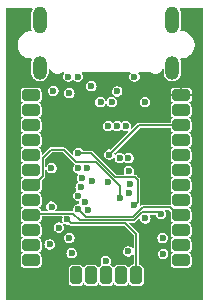
<source format=gbr>
%TF.GenerationSoftware,KiCad,Pcbnew,7.0.6*%
%TF.CreationDate,2023-08-08T22:31:42+02:00*%
%TF.ProjectId,epi_JLC,6570695f-4a4c-4432-9e6b-696361645f70,1_2_0*%
%TF.SameCoordinates,Original*%
%TF.FileFunction,Copper,L2,Inr*%
%TF.FilePolarity,Positive*%
%FSLAX46Y46*%
G04 Gerber Fmt 4.6, Leading zero omitted, Abs format (unit mm)*
G04 Created by KiCad (PCBNEW 7.0.6) date 2023-08-08 22:31:42*
%MOMM*%
%LPD*%
G01*
G04 APERTURE LIST*
G04 Aperture macros list*
%AMRoundRect*
0 Rectangle with rounded corners*
0 $1 Rounding radius*
0 $2 $3 $4 $5 $6 $7 $8 $9 X,Y pos of 4 corners*
0 Add a 4 corners polygon primitive as box body*
4,1,4,$2,$3,$4,$5,$6,$7,$8,$9,$2,$3,0*
0 Add four circle primitives for the rounded corners*
1,1,$1+$1,$2,$3*
1,1,$1+$1,$4,$5*
1,1,$1+$1,$6,$7*
1,1,$1+$1,$8,$9*
0 Add four rect primitives between the rounded corners*
20,1,$1+$1,$2,$3,$4,$5,0*
20,1,$1+$1,$4,$5,$6,$7,0*
20,1,$1+$1,$6,$7,$8,$9,0*
20,1,$1+$1,$8,$9,$2,$3,0*%
G04 Aperture macros list end*
%TA.AperFunction,CastellatedPad*%
%ADD10RoundRect,0.250000X-0.500000X-0.250000X0.500000X-0.250000X0.500000X0.250000X-0.500000X0.250000X0*%
%TD*%
%TA.AperFunction,CastellatedPad*%
%ADD11RoundRect,0.250000X-0.250000X0.500000X-0.250000X-0.500000X0.250000X-0.500000X0.250000X0.500000X0*%
%TD*%
%TA.AperFunction,ComponentPad*%
%ADD12O,1.200000X2.000000*%
%TD*%
%TA.AperFunction,ComponentPad*%
%ADD13O,1.200000X2.300000*%
%TD*%
%TA.AperFunction,ViaPad*%
%ADD14C,0.600000*%
%TD*%
%TA.AperFunction,Conductor*%
%ADD15C,0.130000*%
%TD*%
G04 APERTURE END LIST*
D10*
%TO.N,D1{slash}TX*%
%TO.C,J1*%
X97923220Y-58920000D03*
%TO.N,D0{slash}RX*%
X97923220Y-60190000D03*
%TO.N,GND*%
X97923220Y-61460000D03*
X97923220Y-62730000D03*
%TO.N,D2{slash}SDA*%
X97923220Y-64000000D03*
%TO.N,D3{slash}SCL*%
X97923220Y-65270000D03*
%TO.N,D4*%
X97923220Y-66540000D03*
%TO.N,D5*%
X97923220Y-67810000D03*
%TO.N,D6*%
X97923220Y-69080000D03*
%TO.N,D7*%
X97923220Y-70350000D03*
%TO.N,D8*%
X97923220Y-71620000D03*
%TO.N,D9*%
X97923220Y-72890000D03*
%TD*%
D11*
%TO.N,D11*%
%TO.C,J3*%
X106813220Y-74160000D03*
%TO.N,D12*%
X105543220Y-74160000D03*
%TO.N,D13*%
X104273220Y-74160000D03*
%TO.N,D17{slash}SS*%
X103003220Y-74160000D03*
%TO.N,A5*%
X101733220Y-74160000D03*
%TD*%
D12*
%TO.N,Net-(J4-SHIELD)*%
%TO.C,J4*%
X98673220Y-56591500D03*
%TO.N,N/C*%
X109873220Y-56591500D03*
D13*
X109873220Y-52591500D03*
X98673220Y-52591500D03*
%TD*%
D10*
%TO.N,+5V*%
%TO.C,J2*%
X110623220Y-58920000D03*
%TO.N,GND*%
X110623220Y-60190000D03*
%TO.N,RST*%
X110623220Y-61460000D03*
%TO.N,A4*%
X110623220Y-62730000D03*
%TO.N,A3*%
X110623220Y-64000000D03*
%TO.N,A2*%
X110623220Y-65270000D03*
%TO.N,A1*%
X110623220Y-66540000D03*
%TO.N,A0*%
X110623220Y-67810000D03*
%TO.N,D15{slash}SCK*%
X110623220Y-69080000D03*
%TO.N,D14{slash}MISO*%
X110623220Y-70350000D03*
%TO.N,D16{slash}MOSI*%
X110623220Y-71620000D03*
%TO.N,D10*%
X110623220Y-72890000D03*
%TD*%
D14*
%TO.N,+5V*%
X99650000Y-67340000D03*
X102155500Y-71000000D03*
X105100000Y-60300000D03*
X100575500Y-61500000D03*
X99654422Y-64210000D03*
%TO.N,GND*%
X104400000Y-66300000D03*
X101073220Y-57341500D03*
X109100000Y-72350000D03*
X107600000Y-69350000D03*
X106150000Y-72150000D03*
X101350000Y-72300000D03*
X101150000Y-71000000D03*
X99645531Y-65097634D03*
X99649500Y-68351092D03*
%TO.N,Net-(C2-Pad2)*%
X106674363Y-68250000D03*
X101922720Y-63810223D03*
%TO.N,RST*%
X102756849Y-68620500D03*
X104550000Y-63950000D03*
%TO.N,D1{slash}TX*%
X102238388Y-65933364D03*
%TO.N,D0{slash}RX*%
X102109022Y-66721135D03*
%TO.N,A4*%
X104450000Y-61550000D03*
%TO.N,Net-(J4-D+-PadA6)*%
X103021062Y-58150000D03*
%TO.N,D+*%
X103800000Y-59510000D03*
X101915140Y-65114500D03*
%TO.N,D-*%
X102664500Y-65114500D03*
X104750000Y-59510000D03*
%TO.N,D15{slash}SCK*%
X101913083Y-68588627D03*
%TO.N,D16{slash}MOSI*%
X99494500Y-71550000D03*
%TO.N,D14{slash}MISO*%
X100269176Y-70121494D03*
%TO.N,D3{slash}SCL*%
X102444172Y-67931922D03*
%TO.N,D2{slash}SDA*%
X101891403Y-67417422D03*
%TO.N,Net-(J4-D--PadA7)*%
X105200000Y-58600000D03*
%TO.N,D4*%
X105460703Y-67583535D03*
%TO.N,D6*%
X108923720Y-69000000D03*
%TO.N,D8*%
X106228223Y-67235500D03*
%TO.N,D9*%
X106324500Y-66424003D03*
%TO.N,D5*%
X106200000Y-65355500D03*
%TO.N,D10*%
X109049648Y-71000352D03*
%TO.N,A0*%
X106165541Y-64241045D03*
%TO.N,A1*%
X105436113Y-64251505D03*
%TO.N,A2*%
X105949503Y-61550000D03*
%TO.N,A3*%
X105200000Y-61550000D03*
%TO.N,A5*%
X103087118Y-66185688D03*
%TO.N,Net-(J4-SHIELD)*%
X99800000Y-58550000D03*
%TO.N,D11*%
X100984191Y-69433000D03*
%TO.N,D12*%
X104250000Y-72980500D03*
%TO.N,Net-(FB1-Pad1)*%
X107563220Y-59510000D03*
X101167581Y-58751539D03*
X101873220Y-57341500D03*
X106673220Y-57341500D03*
%TD*%
D15*
%TO.N,Net-(C2-Pad2)*%
X106950000Y-67974363D02*
X106950000Y-66100000D01*
X106674363Y-68250000D02*
X106950000Y-67974363D01*
X105050000Y-65850000D02*
X103010223Y-63810223D01*
X106950000Y-66100000D02*
X106700000Y-65850000D01*
X106700000Y-65850000D02*
X105050000Y-65850000D01*
X103010223Y-63810223D02*
X101922720Y-63810223D01*
%TO.N,RST*%
X104550000Y-63950000D02*
X107040000Y-61460000D01*
X107040000Y-61460000D02*
X110623220Y-61460000D01*
%TO.N,D15{slash}SCK*%
X102564456Y-69240000D02*
X106549841Y-69240000D01*
X107389841Y-68400000D02*
X109650000Y-68400000D01*
X106549841Y-69240000D02*
X107389841Y-68400000D01*
X101913083Y-68588627D02*
X102564456Y-69240000D01*
X110330000Y-69080000D02*
X110623220Y-69080000D01*
X109650000Y-68400000D02*
X110330000Y-69080000D01*
%TO.N,D4*%
X100700000Y-63550000D02*
X99586102Y-63550000D01*
X98900000Y-64236102D02*
X98900000Y-65776720D01*
X105460703Y-67583535D02*
X105460703Y-66628399D01*
X98136720Y-66540000D02*
X97923220Y-66540000D01*
X99586102Y-63550000D02*
X98900000Y-64236102D01*
X98900000Y-65776720D02*
X98136720Y-66540000D01*
X105460703Y-66628399D02*
X103382304Y-64550000D01*
X103382304Y-64550000D02*
X101700000Y-64550000D01*
X101700000Y-64550000D02*
X100700000Y-63550000D01*
%TO.N,D6*%
X98065220Y-68938000D02*
X97923220Y-69080000D01*
X102025922Y-69500000D02*
X101463922Y-68938000D01*
X107307537Y-68850000D02*
X106657537Y-69500000D01*
X108773720Y-68850000D02*
X107307537Y-68850000D01*
X101463922Y-68938000D02*
X98065220Y-68938000D01*
X106657537Y-69500000D02*
X102025922Y-69500000D01*
X108923720Y-69000000D02*
X108773720Y-68850000D01*
%TO.N,D11*%
X101311191Y-69760000D02*
X105910000Y-69760000D01*
X106813220Y-70663220D02*
X106813220Y-74160000D01*
X105910000Y-69760000D02*
X106813220Y-70663220D01*
X100984191Y-69433000D02*
X101311191Y-69760000D01*
%TD*%
%TA.AperFunction,Conductor*%
%TO.N,+5V*%
G36*
X100633624Y-63774245D02*
G01*
X101522312Y-64662933D01*
X101534717Y-64680415D01*
X101535202Y-64681422D01*
X101556020Y-64698024D01*
X101561443Y-64702349D01*
X101564120Y-64704742D01*
X101571063Y-64711684D01*
X101579377Y-64716907D01*
X101582295Y-64718978D01*
X101584101Y-64720417D01*
X101584985Y-64721122D01*
X101608686Y-64763990D01*
X101595134Y-64811061D01*
X101593458Y-64813077D01*
X101540759Y-64873895D01*
X101540756Y-64873899D01*
X101488137Y-64989118D01*
X101470110Y-65114500D01*
X101488137Y-65239881D01*
X101540756Y-65355100D01*
X101540758Y-65355104D01*
X101623705Y-65450829D01*
X101623707Y-65450831D01*
X101730268Y-65519314D01*
X101851806Y-65555000D01*
X101851813Y-65555000D01*
X101852782Y-65555140D01*
X101853270Y-65555429D01*
X101856197Y-65556289D01*
X101855977Y-65557035D01*
X101894910Y-65580132D01*
X101907027Y-65627593D01*
X101892047Y-65660399D01*
X101864006Y-65692760D01*
X101864004Y-65692763D01*
X101811385Y-65807982D01*
X101793358Y-65933363D01*
X101811385Y-66058745D01*
X101864004Y-66173964D01*
X101864006Y-66173968D01*
X101916380Y-66234410D01*
X101931849Y-66280887D01*
X101909923Y-66324689D01*
X101902614Y-66330161D01*
X101817587Y-66384805D01*
X101734640Y-66480530D01*
X101734638Y-66480534D01*
X101682019Y-66595753D01*
X101665087Y-66713519D01*
X101663992Y-66721135D01*
X101681690Y-66844227D01*
X101682020Y-66846518D01*
X101723184Y-66936655D01*
X101724933Y-66985607D01*
X101699570Y-67017081D01*
X101599968Y-67081092D01*
X101517021Y-67176817D01*
X101517019Y-67176821D01*
X101464400Y-67292040D01*
X101446373Y-67417422D01*
X101464400Y-67542803D01*
X101517019Y-67658022D01*
X101517021Y-67658026D01*
X101599968Y-67753751D01*
X101599970Y-67753753D01*
X101706531Y-67822236D01*
X101828069Y-67857922D01*
X101828070Y-67857922D01*
X101935922Y-67857922D01*
X101981177Y-67876667D01*
X101999922Y-67921922D01*
X101999270Y-67931033D01*
X101999142Y-67931921D01*
X102017169Y-68057303D01*
X102017277Y-68057538D01*
X102017282Y-68057687D01*
X102018459Y-68061695D01*
X102017436Y-68061995D01*
X102019028Y-68106490D01*
X101985651Y-68142342D01*
X101959062Y-68148127D01*
X101849749Y-68148127D01*
X101728211Y-68183813D01*
X101728209Y-68183813D01*
X101621650Y-68252295D01*
X101621648Y-68252297D01*
X101538701Y-68348022D01*
X101538699Y-68348026D01*
X101486080Y-68463245D01*
X101468383Y-68586329D01*
X101468053Y-68588627D01*
X101477569Y-68654814D01*
X101478228Y-68659392D01*
X101466114Y-68706854D01*
X101423987Y-68731849D01*
X101414879Y-68732500D01*
X100042014Y-68732500D01*
X99996759Y-68713755D01*
X99978014Y-68668500D01*
X99993646Y-68626589D01*
X100023881Y-68591695D01*
X100023883Y-68591693D01*
X100076503Y-68476471D01*
X100094530Y-68351092D01*
X100076503Y-68225713D01*
X100068149Y-68207421D01*
X100023883Y-68110491D01*
X100023881Y-68110487D01*
X99940934Y-68014762D01*
X99940932Y-68014760D01*
X99834372Y-67946278D01*
X99811107Y-67939447D01*
X99712834Y-67910592D01*
X99586166Y-67910592D01*
X99464628Y-67946278D01*
X99464626Y-67946278D01*
X99358067Y-68014760D01*
X99358065Y-68014762D01*
X99275118Y-68110487D01*
X99275116Y-68110491D01*
X99222497Y-68225710D01*
X99204470Y-68351091D01*
X99222497Y-68476473D01*
X99275116Y-68591692D01*
X99275118Y-68591695D01*
X99305354Y-68626589D01*
X99320823Y-68673066D01*
X99298897Y-68716868D01*
X99256986Y-68732500D01*
X98851028Y-68732500D01*
X98805773Y-68713755D01*
X98794006Y-68697560D01*
X98743079Y-68597609D01*
X98655611Y-68510141D01*
X98639679Y-68502023D01*
X98607868Y-68464775D01*
X98611712Y-68415942D01*
X98639681Y-68387975D01*
X98655611Y-68379859D01*
X98743079Y-68292391D01*
X98799237Y-68182175D01*
X98813720Y-68090735D01*
X98813719Y-67529266D01*
X98799237Y-67437825D01*
X98743079Y-67327609D01*
X98655611Y-67240141D01*
X98639679Y-67232023D01*
X98607868Y-67194775D01*
X98611712Y-67145942D01*
X98639681Y-67117975D01*
X98655611Y-67109859D01*
X98743079Y-67022391D01*
X98799237Y-66912175D01*
X98813720Y-66820735D01*
X98813719Y-66259266D01*
X98804375Y-66200271D01*
X98815810Y-66152644D01*
X98822326Y-66145013D01*
X99012935Y-65954404D01*
X99030422Y-65941999D01*
X99031422Y-65941518D01*
X99052354Y-65915268D01*
X99054735Y-65912604D01*
X99061684Y-65905657D01*
X99066912Y-65897333D01*
X99068973Y-65894428D01*
X99089911Y-65868176D01*
X99090158Y-65867090D01*
X99098362Y-65847284D01*
X99098957Y-65846338D01*
X99102717Y-65812958D01*
X99103314Y-65809450D01*
X99105500Y-65799875D01*
X99105500Y-65790061D01*
X99105701Y-65786475D01*
X99106332Y-65780874D01*
X99109459Y-65753120D01*
X99109091Y-65752070D01*
X99105499Y-65730929D01*
X99105499Y-65269718D01*
X99124244Y-65224463D01*
X99169499Y-65205718D01*
X99214754Y-65224463D01*
X99227715Y-65243131D01*
X99271147Y-65338234D01*
X99271149Y-65338238D01*
X99354096Y-65433963D01*
X99354098Y-65433965D01*
X99460659Y-65502448D01*
X99582197Y-65538134D01*
X99582198Y-65538134D01*
X99708864Y-65538134D01*
X99708865Y-65538134D01*
X99830403Y-65502448D01*
X99936964Y-65433965D01*
X100005300Y-65355101D01*
X100019912Y-65338238D01*
X100019914Y-65338234D01*
X100051205Y-65269718D01*
X100072534Y-65223013D01*
X100090561Y-65097634D01*
X100072534Y-64972255D01*
X100038544Y-64897828D01*
X100019914Y-64857033D01*
X100019912Y-64857029D01*
X99936965Y-64761304D01*
X99936963Y-64761302D01*
X99830403Y-64692820D01*
X99791584Y-64681422D01*
X99708865Y-64657134D01*
X99582197Y-64657134D01*
X99460659Y-64692820D01*
X99460657Y-64692820D01*
X99354098Y-64761302D01*
X99354096Y-64761304D01*
X99271149Y-64857029D01*
X99271147Y-64857033D01*
X99227715Y-64952136D01*
X99191864Y-64985514D01*
X99142912Y-64983765D01*
X99109534Y-64947914D01*
X99105499Y-64925552D01*
X99105499Y-64347730D01*
X99124243Y-64302479D01*
X99652478Y-63774244D01*
X99697733Y-63755500D01*
X100588369Y-63755500D01*
X100633624Y-63774245D01*
G37*
%TD.AperFunction*%
%TA.AperFunction,Conductor*%
G36*
X98032665Y-51569245D02*
G01*
X98051410Y-51614500D01*
X98044603Y-51643223D01*
X97972640Y-51786512D01*
X97932720Y-51954948D01*
X97932720Y-53184628D01*
X97947773Y-53313426D01*
X97947775Y-53313434D01*
X97982416Y-53408611D01*
X97980281Y-53457547D01*
X97944167Y-53490640D01*
X97922277Y-53494500D01*
X97871581Y-53494500D01*
X97743730Y-53506347D01*
X97711767Y-53509309D01*
X97505792Y-53567914D01*
X97314107Y-53663362D01*
X97314104Y-53663364D01*
X97143215Y-53792411D01*
X96998941Y-53950672D01*
X96886208Y-54132741D01*
X96808848Y-54332428D01*
X96808846Y-54332437D01*
X96769500Y-54542924D01*
X96769500Y-54757075D01*
X96808846Y-54967562D01*
X96808848Y-54967571D01*
X96886208Y-55167258D01*
X96998941Y-55349327D01*
X97115586Y-55477281D01*
X97143215Y-55507588D01*
X97256962Y-55593484D01*
X97314102Y-55636634D01*
X97314103Y-55636634D01*
X97314104Y-55636635D01*
X97314107Y-55636637D01*
X97505792Y-55732085D01*
X97505794Y-55732085D01*
X97505797Y-55732087D01*
X97711768Y-55790691D01*
X97871581Y-55805500D01*
X97871585Y-55805500D01*
X97934677Y-55805500D01*
X97979932Y-55824245D01*
X97998677Y-55869500D01*
X97991870Y-55898220D01*
X97972641Y-55936510D01*
X97972640Y-55936512D01*
X97932720Y-56104948D01*
X97932720Y-57034628D01*
X97947773Y-57163426D01*
X97947775Y-57163437D01*
X98006980Y-57326098D01*
X98006982Y-57326103D01*
X98102100Y-57470723D01*
X98102102Y-57470726D01*
X98168942Y-57533785D01*
X98228014Y-57589516D01*
X98377926Y-57676068D01*
X98543758Y-57725715D01*
X98716569Y-57735780D01*
X98887044Y-57705720D01*
X99045990Y-57637157D01*
X99184841Y-57533787D01*
X99296110Y-57401181D01*
X99373799Y-57246490D01*
X99413720Y-57078052D01*
X99413720Y-56738596D01*
X99432465Y-56693342D01*
X99477720Y-56674597D01*
X99522975Y-56693342D01*
X99538586Y-56718818D01*
X99542648Y-56731317D01*
X99631390Y-56871152D01*
X99752120Y-56984526D01*
X99897252Y-57064313D01*
X99897256Y-57064314D01*
X100057661Y-57105499D01*
X100057665Y-57105499D01*
X100057667Y-57105500D01*
X100057668Y-57105500D01*
X100181718Y-57105500D01*
X100304782Y-57089954D01*
X100304783Y-57089953D01*
X100304788Y-57089953D01*
X100458775Y-57028985D01*
X100551028Y-56961958D01*
X100595693Y-56951235D01*
X100595779Y-56950254D01*
X100598565Y-56950497D01*
X100598567Y-56950498D01*
X100663209Y-56950498D01*
X100663215Y-56950500D01*
X100670662Y-56950500D01*
X100689017Y-56950500D01*
X100734272Y-56969245D01*
X100753017Y-57014500D01*
X100737385Y-57056411D01*
X100698838Y-57100895D01*
X100698836Y-57100899D01*
X100646217Y-57216118D01*
X100628190Y-57341499D01*
X100646217Y-57466881D01*
X100698836Y-57582100D01*
X100698838Y-57582104D01*
X100780259Y-57676068D01*
X100781787Y-57677831D01*
X100888348Y-57746314D01*
X101009886Y-57782000D01*
X101009887Y-57782000D01*
X101136553Y-57782000D01*
X101136554Y-57782000D01*
X101258092Y-57746314D01*
X101364653Y-57677831D01*
X101424852Y-57608356D01*
X101468654Y-57586431D01*
X101515131Y-57601900D01*
X101521586Y-57608355D01*
X101581787Y-57677831D01*
X101688348Y-57746314D01*
X101809886Y-57782000D01*
X101809887Y-57782000D01*
X101936553Y-57782000D01*
X101936554Y-57782000D01*
X102058092Y-57746314D01*
X102164653Y-57677831D01*
X102241180Y-57589514D01*
X102247601Y-57582104D01*
X102247603Y-57582100D01*
X102298467Y-57470725D01*
X102300223Y-57466879D01*
X102318250Y-57341500D01*
X102300223Y-57216121D01*
X102247603Y-57100899D01*
X102247601Y-57100895D01*
X102209055Y-57056411D01*
X102193586Y-57009934D01*
X102215512Y-56966132D01*
X102257423Y-56950500D01*
X106289017Y-56950500D01*
X106334272Y-56969245D01*
X106353017Y-57014500D01*
X106337385Y-57056411D01*
X106298838Y-57100895D01*
X106298836Y-57100899D01*
X106246217Y-57216118D01*
X106228190Y-57341499D01*
X106246217Y-57466881D01*
X106298836Y-57582100D01*
X106298838Y-57582104D01*
X106380259Y-57676068D01*
X106381787Y-57677831D01*
X106488348Y-57746314D01*
X106609886Y-57782000D01*
X106609887Y-57782000D01*
X106736553Y-57782000D01*
X106736554Y-57782000D01*
X106858092Y-57746314D01*
X106964653Y-57677831D01*
X107041180Y-57589514D01*
X107047601Y-57582104D01*
X107047603Y-57582100D01*
X107098467Y-57470725D01*
X107100223Y-57466879D01*
X107118250Y-57341500D01*
X107100223Y-57216121D01*
X107047603Y-57100899D01*
X107047601Y-57100895D01*
X107009055Y-57056411D01*
X106993586Y-57009934D01*
X107015512Y-56966132D01*
X107057423Y-56950500D01*
X107807343Y-56950500D01*
X107807347Y-56950501D01*
X107820075Y-56950501D01*
X107827895Y-56950501D01*
X107827948Y-56950522D01*
X107854426Y-56950521D01*
X107854426Y-56950522D01*
X107946319Y-56950520D01*
X107946337Y-56950520D01*
X107948475Y-56950333D01*
X107949068Y-56950520D01*
X107949127Y-56950520D01*
X107949127Y-56950538D01*
X107995191Y-56965061D01*
X107997865Y-56967435D01*
X108016065Y-56984526D01*
X108016066Y-56984527D01*
X108161198Y-57064314D01*
X108161202Y-57064315D01*
X108321607Y-57105500D01*
X108321611Y-57105500D01*
X108321613Y-57105501D01*
X108321614Y-57105501D01*
X108445664Y-57105501D01*
X108568728Y-57089955D01*
X108568729Y-57089954D01*
X108568734Y-57089954D01*
X108722721Y-57028986D01*
X108856709Y-56931638D01*
X108962278Y-56804027D01*
X109010811Y-56700888D01*
X109047041Y-56667923D01*
X109095970Y-56670230D01*
X109128936Y-56706460D01*
X109132720Y-56728139D01*
X109132720Y-57034628D01*
X109147773Y-57163426D01*
X109147775Y-57163437D01*
X109206980Y-57326098D01*
X109206982Y-57326103D01*
X109302100Y-57470723D01*
X109302102Y-57470726D01*
X109368942Y-57533785D01*
X109428014Y-57589516D01*
X109577926Y-57676068D01*
X109743758Y-57725715D01*
X109916569Y-57735780D01*
X110087044Y-57705720D01*
X110245990Y-57637157D01*
X110384841Y-57533787D01*
X110496110Y-57401181D01*
X110573799Y-57246490D01*
X110613720Y-57078052D01*
X110613720Y-56148371D01*
X110598665Y-56019566D01*
X110552012Y-55891388D01*
X110554148Y-55842453D01*
X110590262Y-55809360D01*
X110612152Y-55805500D01*
X110678415Y-55805500D01*
X110678419Y-55805500D01*
X110838232Y-55790691D01*
X111044203Y-55732087D01*
X111235898Y-55636634D01*
X111360573Y-55542483D01*
X111406784Y-55507588D01*
X111406785Y-55507586D01*
X111406790Y-55507583D01*
X111551059Y-55349327D01*
X111663792Y-55167257D01*
X111741151Y-54967572D01*
X111780500Y-54757073D01*
X111780500Y-54542927D01*
X111741151Y-54332428D01*
X111663792Y-54132743D01*
X111551059Y-53950673D01*
X111406790Y-53792417D01*
X111406788Y-53792415D01*
X111406784Y-53792411D01*
X111235895Y-53663364D01*
X111235892Y-53663362D01*
X111044207Y-53567914D01*
X110838232Y-53509309D01*
X110838232Y-53509308D01*
X110678419Y-53494500D01*
X110628336Y-53494500D01*
X110583081Y-53475755D01*
X110564336Y-53430500D01*
X110571143Y-53401778D01*
X110573799Y-53396490D01*
X110613720Y-53228052D01*
X110613720Y-51998371D01*
X110598665Y-51869566D01*
X110539460Y-51706902D01*
X110539458Y-51706899D01*
X110539457Y-51706896D01*
X110501818Y-51649668D01*
X110492611Y-51601558D01*
X110520121Y-51561029D01*
X110555289Y-51550500D01*
X110643034Y-51550500D01*
X111603406Y-51550500D01*
X112408720Y-51550500D01*
X112453975Y-51569245D01*
X112472720Y-51614500D01*
X112472720Y-76185500D01*
X112453975Y-76230755D01*
X112408720Y-76249500D01*
X95837720Y-76249500D01*
X95792465Y-76230755D01*
X95773720Y-76185500D01*
X95773720Y-73170732D01*
X97032720Y-73170732D01*
X97047202Y-73262171D01*
X97047205Y-73262180D01*
X97103358Y-73372386D01*
X97103361Y-73372391D01*
X97190829Y-73459859D01*
X97190831Y-73459860D01*
X97190832Y-73459861D01*
X97301039Y-73516014D01*
X97301045Y-73516017D01*
X97392485Y-73530500D01*
X98453954Y-73530499D01*
X98545395Y-73516017D01*
X98655607Y-73459861D01*
X98655608Y-73459861D01*
X98655608Y-73459860D01*
X98655611Y-73459859D01*
X98743079Y-73372391D01*
X98799237Y-73262175D01*
X98813720Y-73170735D01*
X98813719Y-72609266D01*
X98799237Y-72517825D01*
X98743079Y-72407609D01*
X98655611Y-72320141D01*
X98639679Y-72312023D01*
X98629411Y-72300000D01*
X100904970Y-72300000D01*
X100922997Y-72425381D01*
X100975616Y-72540600D01*
X100975618Y-72540604D01*
X101058565Y-72636329D01*
X101058567Y-72636331D01*
X101165128Y-72704814D01*
X101286666Y-72740500D01*
X101286667Y-72740500D01*
X101413333Y-72740500D01*
X101413334Y-72740500D01*
X101534872Y-72704814D01*
X101641433Y-72636331D01*
X101693982Y-72575686D01*
X101724381Y-72540604D01*
X101724383Y-72540600D01*
X101777002Y-72425381D01*
X101777001Y-72425381D01*
X101777003Y-72425379D01*
X101795030Y-72300000D01*
X101777003Y-72174621D01*
X101747215Y-72109395D01*
X101724383Y-72059399D01*
X101724381Y-72059395D01*
X101641434Y-71963670D01*
X101641432Y-71963668D01*
X101534872Y-71895186D01*
X101504707Y-71886329D01*
X101413334Y-71859500D01*
X101286666Y-71859500D01*
X101165128Y-71895186D01*
X101165126Y-71895186D01*
X101058567Y-71963668D01*
X101058565Y-71963670D01*
X100975618Y-72059395D01*
X100975616Y-72059399D01*
X100922997Y-72174618D01*
X100904970Y-72300000D01*
X98629411Y-72300000D01*
X98607868Y-72274775D01*
X98611712Y-72225942D01*
X98639681Y-72197975D01*
X98655611Y-72189859D01*
X98743079Y-72102391D01*
X98799237Y-71992175D01*
X98813720Y-71900735D01*
X98813719Y-71549999D01*
X99049470Y-71549999D01*
X99067497Y-71675381D01*
X99120116Y-71790600D01*
X99120118Y-71790604D01*
X99194023Y-71875894D01*
X99203067Y-71886331D01*
X99309628Y-71954814D01*
X99431166Y-71990500D01*
X99431167Y-71990500D01*
X99557833Y-71990500D01*
X99557834Y-71990500D01*
X99679372Y-71954814D01*
X99785933Y-71886331D01*
X99848895Y-71813669D01*
X99868881Y-71790604D01*
X99868883Y-71790600D01*
X99921502Y-71675381D01*
X99921501Y-71675381D01*
X99921503Y-71675379D01*
X99939530Y-71550000D01*
X99921503Y-71424621D01*
X99912618Y-71405166D01*
X99868883Y-71309399D01*
X99868881Y-71309395D01*
X99785934Y-71213670D01*
X99785932Y-71213668D01*
X99679372Y-71145186D01*
X99653577Y-71137612D01*
X99557834Y-71109500D01*
X99431166Y-71109500D01*
X99309628Y-71145186D01*
X99309626Y-71145186D01*
X99203067Y-71213668D01*
X99203065Y-71213670D01*
X99120118Y-71309395D01*
X99120116Y-71309399D01*
X99067497Y-71424618D01*
X99049470Y-71549999D01*
X98813719Y-71549999D01*
X98813719Y-71339266D01*
X98799237Y-71247825D01*
X98743079Y-71137609D01*
X98655611Y-71050141D01*
X98639679Y-71042023D01*
X98607868Y-71004775D01*
X98608244Y-71000000D01*
X100704970Y-71000000D01*
X100722997Y-71125381D01*
X100775616Y-71240600D01*
X100775618Y-71240604D01*
X100835230Y-71309399D01*
X100858567Y-71336331D01*
X100965128Y-71404814D01*
X101086666Y-71440500D01*
X101086667Y-71440500D01*
X101213333Y-71440500D01*
X101213334Y-71440500D01*
X101334872Y-71404814D01*
X101441433Y-71336331D01*
X101518123Y-71247826D01*
X101524381Y-71240604D01*
X101524383Y-71240600D01*
X101536683Y-71213668D01*
X101577003Y-71125379D01*
X101595030Y-71000000D01*
X101577003Y-70874621D01*
X101524383Y-70759399D01*
X101524381Y-70759395D01*
X101441434Y-70663670D01*
X101441432Y-70663668D01*
X101334872Y-70595186D01*
X101294902Y-70583450D01*
X101213334Y-70559500D01*
X101086666Y-70559500D01*
X100965128Y-70595186D01*
X100965126Y-70595186D01*
X100858567Y-70663668D01*
X100858565Y-70663670D01*
X100775618Y-70759395D01*
X100775616Y-70759399D01*
X100722997Y-70874618D01*
X100704970Y-71000000D01*
X98608244Y-71000000D01*
X98611712Y-70955942D01*
X98639681Y-70927975D01*
X98655611Y-70919859D01*
X98743079Y-70832391D01*
X98799237Y-70722175D01*
X98813720Y-70630735D01*
X98813719Y-70069266D01*
X98799237Y-69977825D01*
X98793059Y-69965701D01*
X98749848Y-69880893D01*
X98743079Y-69867609D01*
X98655611Y-69780141D01*
X98639679Y-69772023D01*
X98607868Y-69734775D01*
X98611712Y-69685942D01*
X98639681Y-69657975D01*
X98655611Y-69649859D01*
X98743079Y-69562391D01*
X98799237Y-69452175D01*
X98813720Y-69360735D01*
X98813720Y-69207499D01*
X98832465Y-69162245D01*
X98877720Y-69143500D01*
X100532554Y-69143500D01*
X100577809Y-69162245D01*
X100596554Y-69207500D01*
X100590770Y-69234087D01*
X100557188Y-69307618D01*
X100539161Y-69433000D01*
X100557188Y-69558381D01*
X100611709Y-69677764D01*
X100609109Y-69678951D01*
X100616217Y-69718187D01*
X100588308Y-69758442D01*
X100540109Y-69767173D01*
X100519069Y-69758466D01*
X100454048Y-69716680D01*
X100429455Y-69709459D01*
X100332510Y-69680994D01*
X100205842Y-69680994D01*
X100084304Y-69716680D01*
X100084302Y-69716680D01*
X99977743Y-69785162D01*
X99977741Y-69785164D01*
X99894794Y-69880889D01*
X99894792Y-69880893D01*
X99842173Y-69996112D01*
X99824146Y-70121494D01*
X99842173Y-70246875D01*
X99894792Y-70362094D01*
X99894794Y-70362098D01*
X99977741Y-70457823D01*
X99977743Y-70457825D01*
X100084304Y-70526308D01*
X100205842Y-70561994D01*
X100205843Y-70561994D01*
X100332509Y-70561994D01*
X100332510Y-70561994D01*
X100454048Y-70526308D01*
X100560609Y-70457825D01*
X100606238Y-70405165D01*
X100643557Y-70362098D01*
X100643559Y-70362094D01*
X100696178Y-70246875D01*
X100696177Y-70246875D01*
X100696179Y-70246873D01*
X100714206Y-70121494D01*
X100696179Y-69996115D01*
X100690758Y-69984245D01*
X100641658Y-69876730D01*
X100644269Y-69875537D01*
X100637137Y-69836363D01*
X100665009Y-69796082D01*
X100713200Y-69787308D01*
X100734297Y-69796027D01*
X100734383Y-69796082D01*
X100799319Y-69837814D01*
X100920857Y-69873500D01*
X100920858Y-69873500D01*
X101047526Y-69873500D01*
X101074795Y-69865493D01*
X101123498Y-69870728D01*
X101142861Y-69886994D01*
X101146391Y-69891420D01*
X101146392Y-69891421D01*
X101146393Y-69891422D01*
X101162363Y-69904157D01*
X101172634Y-69912349D01*
X101175311Y-69914742D01*
X101182254Y-69921684D01*
X101182255Y-69921685D01*
X101190561Y-69926903D01*
X101193493Y-69928983D01*
X101219733Y-69949910D01*
X101219734Y-69949910D01*
X101219735Y-69949911D01*
X101220821Y-69950158D01*
X101240627Y-69958363D01*
X101241573Y-69958957D01*
X101274941Y-69962716D01*
X101278459Y-69963314D01*
X101288036Y-69965500D01*
X101297849Y-69965500D01*
X101301434Y-69965701D01*
X101304838Y-69966084D01*
X101334792Y-69969459D01*
X101335432Y-69969234D01*
X101335842Y-69969092D01*
X101356980Y-69965500D01*
X105798369Y-69965500D01*
X105843624Y-69984245D01*
X106588975Y-70729596D01*
X106607720Y-70774851D01*
X106607720Y-71833983D01*
X106588975Y-71879238D01*
X106543720Y-71897983D01*
X106498465Y-71879238D01*
X106495352Y-71875894D01*
X106441434Y-71813670D01*
X106441432Y-71813668D01*
X106334872Y-71745186D01*
X106334871Y-71745185D01*
X106213334Y-71709500D01*
X106086666Y-71709500D01*
X105965128Y-71745186D01*
X105965126Y-71745186D01*
X105858567Y-71813668D01*
X105858565Y-71813670D01*
X105775618Y-71909395D01*
X105775616Y-71909399D01*
X105722997Y-72024618D01*
X105704970Y-72150000D01*
X105722997Y-72275381D01*
X105775616Y-72390600D01*
X105775618Y-72390604D01*
X105858565Y-72486329D01*
X105858567Y-72486331D01*
X105965128Y-72554814D01*
X106086666Y-72590500D01*
X106086667Y-72590500D01*
X106213333Y-72590500D01*
X106213334Y-72590500D01*
X106334872Y-72554814D01*
X106441433Y-72486331D01*
X106495351Y-72424105D01*
X106539154Y-72402179D01*
X106585631Y-72417648D01*
X106607557Y-72461450D01*
X106607720Y-72466016D01*
X106607719Y-73205500D01*
X106588974Y-73250755D01*
X106543724Y-73269500D01*
X106532488Y-73269500D01*
X106441048Y-73283982D01*
X106441039Y-73283985D01*
X106330833Y-73340138D01*
X106330832Y-73340138D01*
X106243359Y-73427611D01*
X106235242Y-73443541D01*
X106197994Y-73475351D01*
X106149161Y-73471506D01*
X106121195Y-73443538D01*
X106113079Y-73427609D01*
X106025611Y-73340141D01*
X106025608Y-73340139D01*
X106025606Y-73340138D01*
X105915400Y-73283985D01*
X105915393Y-73283982D01*
X105861460Y-73275440D01*
X105823955Y-73269500D01*
X105823952Y-73269500D01*
X105262487Y-73269500D01*
X105171048Y-73283982D01*
X105171039Y-73283985D01*
X105060833Y-73340138D01*
X105060832Y-73340138D01*
X104973359Y-73427611D01*
X104965242Y-73443541D01*
X104927994Y-73475351D01*
X104879161Y-73471506D01*
X104851195Y-73443538D01*
X104843079Y-73427609D01*
X104755611Y-73340141D01*
X104755608Y-73340139D01*
X104659684Y-73291263D01*
X104627872Y-73254016D01*
X104630523Y-73207654D01*
X104677003Y-73105879D01*
X104695030Y-72980500D01*
X104677003Y-72855121D01*
X104624383Y-72739899D01*
X104624381Y-72739895D01*
X104541434Y-72644170D01*
X104541432Y-72644168D01*
X104434872Y-72575686D01*
X104434872Y-72575685D01*
X104313334Y-72540000D01*
X104186666Y-72540000D01*
X104065128Y-72575686D01*
X104065126Y-72575686D01*
X103958567Y-72644168D01*
X103958565Y-72644170D01*
X103875618Y-72739895D01*
X103875616Y-72739899D01*
X103822997Y-72855118D01*
X103804970Y-72980500D01*
X103822997Y-73105881D01*
X103877518Y-73225264D01*
X103875441Y-73226212D01*
X103882782Y-73266937D01*
X103854839Y-73307168D01*
X103849303Y-73310346D01*
X103790831Y-73340139D01*
X103703359Y-73427611D01*
X103695242Y-73443541D01*
X103657994Y-73475351D01*
X103609161Y-73471506D01*
X103581195Y-73443538D01*
X103573079Y-73427609D01*
X103485611Y-73340141D01*
X103485608Y-73340139D01*
X103485606Y-73340138D01*
X103375400Y-73283985D01*
X103375393Y-73283982D01*
X103321460Y-73275440D01*
X103283955Y-73269500D01*
X103283952Y-73269500D01*
X102722487Y-73269500D01*
X102631048Y-73283982D01*
X102631039Y-73283985D01*
X102520833Y-73340138D01*
X102520832Y-73340138D01*
X102433359Y-73427611D01*
X102425242Y-73443541D01*
X102387994Y-73475351D01*
X102339161Y-73471506D01*
X102311195Y-73443538D01*
X102303079Y-73427609D01*
X102215611Y-73340141D01*
X102215608Y-73340139D01*
X102215606Y-73340138D01*
X102105400Y-73283985D01*
X102105393Y-73283982D01*
X102051460Y-73275440D01*
X102013955Y-73269500D01*
X102013952Y-73269500D01*
X101452487Y-73269500D01*
X101361048Y-73283982D01*
X101361039Y-73283985D01*
X101250833Y-73340138D01*
X101250832Y-73340138D01*
X101163358Y-73427612D01*
X101163358Y-73427613D01*
X101107205Y-73537819D01*
X101107202Y-73537826D01*
X101092720Y-73629267D01*
X101092720Y-74690732D01*
X101107202Y-74782171D01*
X101107205Y-74782180D01*
X101163358Y-74892386D01*
X101163361Y-74892391D01*
X101250829Y-74979859D01*
X101250831Y-74979860D01*
X101250832Y-74979861D01*
X101361039Y-75036014D01*
X101361045Y-75036017D01*
X101452485Y-75050500D01*
X102013954Y-75050499D01*
X102105395Y-75036017D01*
X102215607Y-74979861D01*
X102215608Y-74979861D01*
X102215608Y-74979860D01*
X102215611Y-74979859D01*
X102303079Y-74892391D01*
X102311195Y-74876461D01*
X102348442Y-74844649D01*
X102397274Y-74848491D01*
X102425244Y-74876461D01*
X102433361Y-74892391D01*
X102520829Y-74979859D01*
X102520831Y-74979860D01*
X102520832Y-74979861D01*
X102631039Y-75036014D01*
X102631045Y-75036017D01*
X102722485Y-75050500D01*
X103283954Y-75050499D01*
X103375395Y-75036017D01*
X103485607Y-74979861D01*
X103485608Y-74979861D01*
X103485608Y-74979860D01*
X103485611Y-74979859D01*
X103573079Y-74892391D01*
X103581195Y-74876461D01*
X103618442Y-74844649D01*
X103667274Y-74848491D01*
X103695244Y-74876461D01*
X103703361Y-74892391D01*
X103790829Y-74979859D01*
X103790831Y-74979860D01*
X103790832Y-74979861D01*
X103901039Y-75036014D01*
X103901045Y-75036017D01*
X103992485Y-75050500D01*
X104553954Y-75050499D01*
X104645395Y-75036017D01*
X104755607Y-74979861D01*
X104755608Y-74979861D01*
X104755608Y-74979860D01*
X104755611Y-74979859D01*
X104843079Y-74892391D01*
X104851195Y-74876461D01*
X104888442Y-74844649D01*
X104937274Y-74848491D01*
X104965244Y-74876461D01*
X104973361Y-74892391D01*
X105060829Y-74979859D01*
X105060831Y-74979860D01*
X105060832Y-74979861D01*
X105171039Y-75036014D01*
X105171045Y-75036017D01*
X105262485Y-75050500D01*
X105823954Y-75050499D01*
X105915395Y-75036017D01*
X106025607Y-74979861D01*
X106025608Y-74979861D01*
X106025608Y-74979860D01*
X106025611Y-74979859D01*
X106113079Y-74892391D01*
X106121195Y-74876461D01*
X106158442Y-74844649D01*
X106207274Y-74848491D01*
X106235244Y-74876461D01*
X106243361Y-74892391D01*
X106330829Y-74979859D01*
X106330831Y-74979860D01*
X106330832Y-74979861D01*
X106441039Y-75036014D01*
X106441045Y-75036017D01*
X106532485Y-75050500D01*
X107093954Y-75050499D01*
X107185395Y-75036017D01*
X107295607Y-74979861D01*
X107295608Y-74979861D01*
X107295608Y-74979860D01*
X107295611Y-74979859D01*
X107383079Y-74892391D01*
X107439237Y-74782175D01*
X107453720Y-74690735D01*
X107453719Y-73629266D01*
X107439237Y-73537825D01*
X107383079Y-73427609D01*
X107295611Y-73340141D01*
X107295608Y-73340139D01*
X107295606Y-73340138D01*
X107185400Y-73283985D01*
X107185393Y-73283982D01*
X107131460Y-73275440D01*
X107093955Y-73269500D01*
X107093952Y-73269500D01*
X107082720Y-73269500D01*
X107037465Y-73250755D01*
X107018720Y-73205500D01*
X107018720Y-72350000D01*
X108654970Y-72350000D01*
X108672997Y-72475381D01*
X108725616Y-72590600D01*
X108725618Y-72590604D01*
X108808565Y-72686329D01*
X108808567Y-72686331D01*
X108915128Y-72754814D01*
X109036666Y-72790500D01*
X109036667Y-72790500D01*
X109163333Y-72790500D01*
X109163334Y-72790500D01*
X109284872Y-72754814D01*
X109391433Y-72686331D01*
X109458211Y-72609265D01*
X109474381Y-72590604D01*
X109474383Y-72590600D01*
X109490727Y-72554813D01*
X109527003Y-72475379D01*
X109545030Y-72350000D01*
X109527003Y-72224621D01*
X109514833Y-72197973D01*
X109474383Y-72109399D01*
X109474381Y-72109395D01*
X109391434Y-72013670D01*
X109391432Y-72013668D01*
X109284872Y-71945186D01*
X109284872Y-71945185D01*
X109163334Y-71909500D01*
X109036666Y-71909500D01*
X108915128Y-71945186D01*
X108915126Y-71945186D01*
X108808567Y-72013668D01*
X108808565Y-72013670D01*
X108725618Y-72109395D01*
X108725616Y-72109399D01*
X108672997Y-72224618D01*
X108654970Y-72350000D01*
X107018720Y-72350000D01*
X107018720Y-71000352D01*
X108604618Y-71000352D01*
X108622645Y-71125733D01*
X108675264Y-71240952D01*
X108675266Y-71240956D01*
X108734573Y-71309399D01*
X108758215Y-71336683D01*
X108864776Y-71405166D01*
X108986314Y-71440852D01*
X108986315Y-71440852D01*
X109112981Y-71440852D01*
X109112982Y-71440852D01*
X109234520Y-71405166D01*
X109341081Y-71336683D01*
X109418076Y-71247826D01*
X109424029Y-71240956D01*
X109424031Y-71240952D01*
X109424192Y-71240601D01*
X109476651Y-71125731D01*
X109494678Y-71000352D01*
X109476651Y-70874973D01*
X109476490Y-70874621D01*
X109424031Y-70759751D01*
X109424029Y-70759747D01*
X109341082Y-70664022D01*
X109341080Y-70664020D01*
X109234520Y-70595538D01*
X109153551Y-70571764D01*
X109112982Y-70559852D01*
X108986314Y-70559852D01*
X108864776Y-70595538D01*
X108864774Y-70595538D01*
X108758215Y-70664020D01*
X108758213Y-70664022D01*
X108675266Y-70759747D01*
X108675264Y-70759751D01*
X108622645Y-70874970D01*
X108604618Y-71000352D01*
X107018720Y-71000352D01*
X107018720Y-70709007D01*
X107022311Y-70687871D01*
X107022679Y-70686820D01*
X107018921Y-70653462D01*
X107018720Y-70649877D01*
X107018720Y-70640069D01*
X107018720Y-70640065D01*
X107016533Y-70630485D01*
X107015937Y-70626983D01*
X107012177Y-70593602D01*
X107011583Y-70592656D01*
X107003378Y-70572848D01*
X107003131Y-70571764D01*
X107003130Y-70571763D01*
X107003130Y-70571762D01*
X106982203Y-70545522D01*
X106980123Y-70542590D01*
X106974905Y-70534284D01*
X106974904Y-70534283D01*
X106967962Y-70527340D01*
X106965569Y-70524663D01*
X106961244Y-70519240D01*
X106944642Y-70498422D01*
X106943635Y-70497937D01*
X106926153Y-70485532D01*
X106255376Y-69814755D01*
X106236631Y-69769500D01*
X106255376Y-69724245D01*
X106300631Y-69705500D01*
X106611749Y-69705500D01*
X106632887Y-69709092D01*
X106633496Y-69709304D01*
X106633937Y-69709459D01*
X106664489Y-69706017D01*
X106667295Y-69705701D01*
X106670880Y-69705500D01*
X106680690Y-69705500D01*
X106680692Y-69705500D01*
X106690267Y-69703314D01*
X106693775Y-69702717D01*
X106727155Y-69698957D01*
X106728101Y-69698362D01*
X106747907Y-69690158D01*
X106748993Y-69689911D01*
X106775245Y-69668973D01*
X106778150Y-69666912D01*
X106786474Y-69661684D01*
X106793421Y-69654735D01*
X106796085Y-69652354D01*
X106822335Y-69631422D01*
X106822816Y-69630422D01*
X106835221Y-69612935D01*
X107057421Y-69390735D01*
X107102675Y-69371991D01*
X107147930Y-69390736D01*
X107166023Y-69426882D01*
X107172996Y-69475376D01*
X107172997Y-69475380D01*
X107225616Y-69590600D01*
X107225618Y-69590604D01*
X107302172Y-69678951D01*
X107308567Y-69686331D01*
X107415128Y-69754814D01*
X107536666Y-69790500D01*
X107536667Y-69790500D01*
X107663333Y-69790500D01*
X107663334Y-69790500D01*
X107784872Y-69754814D01*
X107891433Y-69686331D01*
X107939012Y-69631422D01*
X107974381Y-69590604D01*
X107974383Y-69590600D01*
X107990870Y-69554500D01*
X108027003Y-69475379D01*
X108045030Y-69350000D01*
X108027003Y-69224621D01*
X107991138Y-69146087D01*
X107989389Y-69097134D01*
X108022767Y-69061284D01*
X108049354Y-69055500D01*
X108431214Y-69055500D01*
X108476469Y-69074245D01*
X108494562Y-69110391D01*
X108496051Y-69120752D01*
X108496717Y-69125381D01*
X108549336Y-69240600D01*
X108549338Y-69240604D01*
X108632285Y-69336329D01*
X108632287Y-69336331D01*
X108738848Y-69404814D01*
X108860386Y-69440500D01*
X108860387Y-69440500D01*
X108987053Y-69440500D01*
X108987054Y-69440500D01*
X109108592Y-69404814D01*
X109215153Y-69336331D01*
X109271202Y-69271647D01*
X109298101Y-69240604D01*
X109298103Y-69240600D01*
X109301078Y-69234087D01*
X109350723Y-69125379D01*
X109368750Y-69000000D01*
X109350723Y-68874621D01*
X109344548Y-68861100D01*
X109298103Y-68759399D01*
X109298101Y-68759395D01*
X109256522Y-68711411D01*
X109241053Y-68664934D01*
X109262979Y-68621132D01*
X109304890Y-68605500D01*
X109538369Y-68605500D01*
X109583624Y-68624245D01*
X109713975Y-68754596D01*
X109732720Y-68799851D01*
X109732720Y-69360732D01*
X109747202Y-69452171D01*
X109747205Y-69452180D01*
X109803358Y-69562386D01*
X109803361Y-69562391D01*
X109890829Y-69649859D01*
X109890833Y-69649861D01*
X109906758Y-69657976D01*
X109938571Y-69695223D01*
X109934727Y-69744055D01*
X109906758Y-69772024D01*
X109890833Y-69780138D01*
X109890832Y-69780138D01*
X109803358Y-69867612D01*
X109803358Y-69867613D01*
X109747205Y-69977819D01*
X109747202Y-69977826D01*
X109732720Y-70069267D01*
X109732720Y-70630732D01*
X109747202Y-70722171D01*
X109747205Y-70722180D01*
X109803358Y-70832386D01*
X109803361Y-70832391D01*
X109890829Y-70919859D01*
X109890833Y-70919861D01*
X109906758Y-70927976D01*
X109938571Y-70965223D01*
X109934727Y-71014055D01*
X109906758Y-71042024D01*
X109890833Y-71050138D01*
X109890832Y-71050138D01*
X109803358Y-71137612D01*
X109803358Y-71137613D01*
X109747205Y-71247819D01*
X109747202Y-71247826D01*
X109737451Y-71309395D01*
X109733130Y-71336681D01*
X109732720Y-71339267D01*
X109732720Y-71900732D01*
X109747202Y-71992171D01*
X109747205Y-71992180D01*
X109763735Y-72024621D01*
X109803361Y-72102391D01*
X109890829Y-72189859D01*
X109890833Y-72189861D01*
X109906758Y-72197976D01*
X109938571Y-72235223D01*
X109934727Y-72284055D01*
X109906758Y-72312024D01*
X109890833Y-72320138D01*
X109890832Y-72320138D01*
X109803358Y-72407612D01*
X109803358Y-72407613D01*
X109747205Y-72517819D01*
X109747202Y-72517826D01*
X109732720Y-72609267D01*
X109732720Y-73170732D01*
X109747202Y-73262171D01*
X109747205Y-73262180D01*
X109803358Y-73372386D01*
X109803361Y-73372391D01*
X109890829Y-73459859D01*
X110001045Y-73516017D01*
X110092485Y-73530500D01*
X111153954Y-73530499D01*
X111245395Y-73516017D01*
X111355607Y-73459861D01*
X111355608Y-73459861D01*
X111355608Y-73459860D01*
X111355611Y-73459859D01*
X111443079Y-73372391D01*
X111499237Y-73262175D01*
X111513720Y-73170735D01*
X111513719Y-72609266D01*
X111499237Y-72517825D01*
X111443079Y-72407609D01*
X111355611Y-72320141D01*
X111339679Y-72312023D01*
X111307868Y-72274775D01*
X111311712Y-72225942D01*
X111339681Y-72197975D01*
X111355611Y-72189859D01*
X111443079Y-72102391D01*
X111499237Y-71992175D01*
X111513720Y-71900735D01*
X111513719Y-71339266D01*
X111499237Y-71247825D01*
X111443079Y-71137609D01*
X111355611Y-71050141D01*
X111339679Y-71042023D01*
X111307868Y-71004775D01*
X111311712Y-70955942D01*
X111339681Y-70927975D01*
X111355611Y-70919859D01*
X111443079Y-70832391D01*
X111499237Y-70722175D01*
X111513720Y-70630735D01*
X111513719Y-70069266D01*
X111499237Y-69977825D01*
X111493059Y-69965701D01*
X111449848Y-69880893D01*
X111443079Y-69867609D01*
X111355611Y-69780141D01*
X111339679Y-69772023D01*
X111307868Y-69734775D01*
X111311712Y-69685942D01*
X111339681Y-69657975D01*
X111355611Y-69649859D01*
X111443079Y-69562391D01*
X111499237Y-69452175D01*
X111513720Y-69360735D01*
X111513719Y-68799266D01*
X111499237Y-68707825D01*
X111443079Y-68597609D01*
X111355611Y-68510141D01*
X111339679Y-68502023D01*
X111307868Y-68464775D01*
X111311712Y-68415942D01*
X111339681Y-68387975D01*
X111355611Y-68379859D01*
X111443079Y-68292391D01*
X111499237Y-68182175D01*
X111513720Y-68090735D01*
X111513719Y-67529266D01*
X111499237Y-67437825D01*
X111443079Y-67327609D01*
X111355611Y-67240141D01*
X111339679Y-67232023D01*
X111307868Y-67194775D01*
X111311712Y-67145942D01*
X111339681Y-67117975D01*
X111355611Y-67109859D01*
X111443079Y-67022391D01*
X111499237Y-66912175D01*
X111513720Y-66820735D01*
X111513719Y-66259266D01*
X111499237Y-66167825D01*
X111443079Y-66057609D01*
X111355611Y-65970141D01*
X111339679Y-65962023D01*
X111307868Y-65924775D01*
X111311712Y-65875942D01*
X111339681Y-65847975D01*
X111355611Y-65839859D01*
X111443079Y-65752391D01*
X111499237Y-65642175D01*
X111513720Y-65550735D01*
X111513719Y-64989266D01*
X111499237Y-64897825D01*
X111443079Y-64787609D01*
X111355611Y-64700141D01*
X111339679Y-64692023D01*
X111307868Y-64654775D01*
X111311712Y-64605942D01*
X111339681Y-64577975D01*
X111355611Y-64569859D01*
X111443079Y-64482391D01*
X111499237Y-64372175D01*
X111513720Y-64280735D01*
X111513719Y-63719266D01*
X111499237Y-63627825D01*
X111487363Y-63604522D01*
X111443081Y-63517613D01*
X111443079Y-63517609D01*
X111355611Y-63430141D01*
X111339679Y-63422023D01*
X111307868Y-63384775D01*
X111311712Y-63335942D01*
X111339681Y-63307975D01*
X111355611Y-63299859D01*
X111443079Y-63212391D01*
X111499237Y-63102175D01*
X111513720Y-63010735D01*
X111513719Y-62449266D01*
X111499237Y-62357825D01*
X111443079Y-62247609D01*
X111355611Y-62160141D01*
X111339679Y-62152023D01*
X111307868Y-62114775D01*
X111311712Y-62065942D01*
X111339681Y-62037975D01*
X111355611Y-62029859D01*
X111443079Y-61942391D01*
X111499237Y-61832175D01*
X111513720Y-61740735D01*
X111513719Y-61179266D01*
X111499237Y-61087825D01*
X111443079Y-60977609D01*
X111355611Y-60890141D01*
X111339679Y-60882023D01*
X111307868Y-60844775D01*
X111311712Y-60795942D01*
X111339681Y-60767975D01*
X111355611Y-60759859D01*
X111443079Y-60672391D01*
X111499237Y-60562175D01*
X111513720Y-60470735D01*
X111513719Y-59909266D01*
X111499237Y-59817825D01*
X111443079Y-59707609D01*
X111355611Y-59620141D01*
X111355608Y-59620139D01*
X111350144Y-59617355D01*
X111318332Y-59580107D01*
X111322176Y-59531275D01*
X111350147Y-59503306D01*
X111361261Y-59497643D01*
X111450862Y-59408042D01*
X111450863Y-59408040D01*
X111508384Y-59295150D01*
X111508385Y-59295146D01*
X111523220Y-59201479D01*
X111523220Y-59020000D01*
X110932681Y-59020000D01*
X110948220Y-58977306D01*
X110948220Y-58862694D01*
X110932681Y-58820000D01*
X111523219Y-58820000D01*
X111523219Y-58638522D01*
X111508385Y-58544855D01*
X111508382Y-58544846D01*
X111450863Y-58431959D01*
X111450862Y-58431958D01*
X111361262Y-58342357D01*
X111361260Y-58342356D01*
X111248370Y-58284835D01*
X111248366Y-58284834D01*
X111154699Y-58270000D01*
X110723220Y-58270000D01*
X110723219Y-58607618D01*
X110651656Y-58595000D01*
X110594784Y-58595000D01*
X110523219Y-58607618D01*
X110523220Y-58270000D01*
X110091742Y-58270000D01*
X109998075Y-58284834D01*
X109998066Y-58284837D01*
X109885179Y-58342356D01*
X109885177Y-58342357D01*
X109795577Y-58431957D01*
X109795576Y-58431959D01*
X109738055Y-58544849D01*
X109738054Y-58544853D01*
X109723220Y-58638520D01*
X109723220Y-58820000D01*
X110313759Y-58820000D01*
X110298220Y-58862694D01*
X110298220Y-58977306D01*
X110313759Y-59020000D01*
X109723221Y-59020000D01*
X109723221Y-59201477D01*
X109738054Y-59295144D01*
X109738057Y-59295153D01*
X109795576Y-59408040D01*
X109795577Y-59408042D01*
X109885176Y-59497641D01*
X109896294Y-59503306D01*
X109928106Y-59540553D01*
X109924264Y-59589386D01*
X109896298Y-59617354D01*
X109890831Y-59620139D01*
X109803358Y-59707612D01*
X109803358Y-59707613D01*
X109747205Y-59817819D01*
X109747202Y-59817826D01*
X109732720Y-59909267D01*
X109732720Y-60470732D01*
X109747202Y-60562171D01*
X109747205Y-60562180D01*
X109803358Y-60672386D01*
X109803361Y-60672391D01*
X109890829Y-60759859D01*
X109890833Y-60759861D01*
X109906758Y-60767976D01*
X109938571Y-60805223D01*
X109934727Y-60854055D01*
X109906758Y-60882024D01*
X109890833Y-60890138D01*
X109890832Y-60890138D01*
X109803358Y-60977612D01*
X109803358Y-60977613D01*
X109747205Y-61087819D01*
X109747202Y-61087826D01*
X109732720Y-61179267D01*
X109732720Y-61190500D01*
X109713975Y-61235755D01*
X109668720Y-61254500D01*
X107085789Y-61254500D01*
X107064651Y-61250908D01*
X107063602Y-61250541D01*
X107063601Y-61250541D01*
X107047885Y-61252311D01*
X107030243Y-61254299D01*
X107026658Y-61254500D01*
X107016845Y-61254500D01*
X107007267Y-61256684D01*
X107003735Y-61257284D01*
X106999580Y-61257752D01*
X106970380Y-61261042D01*
X106970379Y-61261043D01*
X106969428Y-61261641D01*
X106949638Y-61269838D01*
X106948546Y-61270087D01*
X106948545Y-61270087D01*
X106922307Y-61291012D01*
X106919380Y-61293089D01*
X106911062Y-61298316D01*
X106911060Y-61298318D01*
X106904117Y-61305260D01*
X106901443Y-61307650D01*
X106875203Y-61328576D01*
X106875200Y-61328581D01*
X106874715Y-61329588D01*
X106862313Y-61347064D01*
X106486028Y-61723349D01*
X106440773Y-61742094D01*
X106395518Y-61723349D01*
X106376773Y-61678094D01*
X106377422Y-61669003D01*
X106394533Y-61550000D01*
X106376506Y-61424621D01*
X106323886Y-61309399D01*
X106323884Y-61309395D01*
X106240937Y-61213670D01*
X106240935Y-61213668D01*
X106134375Y-61145186D01*
X106134374Y-61145185D01*
X106012837Y-61109500D01*
X105886169Y-61109500D01*
X105764631Y-61145186D01*
X105764629Y-61145186D01*
X105658070Y-61213668D01*
X105658067Y-61213671D01*
X105623118Y-61254004D01*
X105579316Y-61275929D01*
X105532839Y-61260459D01*
X105526383Y-61254003D01*
X105491434Y-61213670D01*
X105491432Y-61213668D01*
X105384872Y-61145186D01*
X105384872Y-61145185D01*
X105263334Y-61109500D01*
X105136666Y-61109500D01*
X105015128Y-61145186D01*
X105015126Y-61145186D01*
X104908567Y-61213668D01*
X104908565Y-61213670D01*
X104873368Y-61254290D01*
X104829565Y-61276216D01*
X104783089Y-61260747D01*
X104776632Y-61254290D01*
X104741434Y-61213670D01*
X104741432Y-61213668D01*
X104634872Y-61145186D01*
X104634872Y-61145185D01*
X104513334Y-61109500D01*
X104386666Y-61109500D01*
X104265128Y-61145186D01*
X104265126Y-61145186D01*
X104158567Y-61213668D01*
X104158565Y-61213670D01*
X104075618Y-61309395D01*
X104075616Y-61309399D01*
X104022997Y-61424618D01*
X104004970Y-61550000D01*
X104022997Y-61675381D01*
X104075616Y-61790600D01*
X104075618Y-61790604D01*
X104158565Y-61886329D01*
X104158567Y-61886331D01*
X104265128Y-61954814D01*
X104386666Y-61990500D01*
X104386667Y-61990500D01*
X104513333Y-61990500D01*
X104513334Y-61990500D01*
X104634872Y-61954814D01*
X104741433Y-61886331D01*
X104776631Y-61845709D01*
X104820434Y-61823783D01*
X104866911Y-61839252D01*
X104873368Y-61845709D01*
X104908567Y-61886331D01*
X105015128Y-61954814D01*
X105136666Y-61990500D01*
X105136667Y-61990500D01*
X105263333Y-61990500D01*
X105263334Y-61990500D01*
X105384872Y-61954814D01*
X105491433Y-61886331D01*
X105526384Y-61845994D01*
X105570184Y-61824069D01*
X105616661Y-61839537D01*
X105623118Y-61845994D01*
X105658070Y-61886331D01*
X105764631Y-61954814D01*
X105886169Y-61990500D01*
X105886170Y-61990500D01*
X106012838Y-61990500D01*
X106046104Y-61980732D01*
X106063933Y-61975497D01*
X106112634Y-61980732D01*
X106143370Y-62018873D01*
X106138135Y-62067575D01*
X106127218Y-62082159D01*
X104707085Y-63502292D01*
X104661830Y-63521037D01*
X104643801Y-63518445D01*
X104624523Y-63512785D01*
X104613334Y-63509500D01*
X104486666Y-63509500D01*
X104365128Y-63545186D01*
X104365126Y-63545186D01*
X104258567Y-63613668D01*
X104258565Y-63613670D01*
X104175618Y-63709395D01*
X104175616Y-63709399D01*
X104122997Y-63824618D01*
X104104970Y-63950000D01*
X104122997Y-64075381D01*
X104175616Y-64190600D01*
X104175618Y-64190604D01*
X104228390Y-64251505D01*
X104258567Y-64286331D01*
X104365128Y-64354814D01*
X104486666Y-64390500D01*
X104486667Y-64390500D01*
X104613333Y-64390500D01*
X104613334Y-64390500D01*
X104734872Y-64354814D01*
X104841433Y-64286331D01*
X104882307Y-64239158D01*
X104926109Y-64217233D01*
X104972586Y-64232702D01*
X104994023Y-64271961D01*
X105009109Y-64376882D01*
X105009110Y-64376885D01*
X105061729Y-64492105D01*
X105061731Y-64492109D01*
X105136136Y-64577976D01*
X105144680Y-64587836D01*
X105251241Y-64656319D01*
X105372779Y-64692005D01*
X105372780Y-64692005D01*
X105499446Y-64692005D01*
X105499447Y-64692005D01*
X105620985Y-64656319D01*
X105727546Y-64587836D01*
X105756990Y-64553854D01*
X105800791Y-64531928D01*
X105847268Y-64547396D01*
X105853726Y-64553854D01*
X105867594Y-64569859D01*
X105874108Y-64577376D01*
X105980669Y-64645859D01*
X106102207Y-64681545D01*
X106102208Y-64681545D01*
X106228874Y-64681545D01*
X106228875Y-64681545D01*
X106350413Y-64645859D01*
X106456974Y-64577376D01*
X106530858Y-64492109D01*
X106539922Y-64481649D01*
X106539924Y-64481645D01*
X106589919Y-64372173D01*
X106592544Y-64366424D01*
X106610571Y-64241045D01*
X106592544Y-64115666D01*
X106561711Y-64048152D01*
X106539924Y-64000444D01*
X106539922Y-64000440D01*
X106456975Y-63904715D01*
X106456973Y-63904713D01*
X106350413Y-63836231D01*
X106310862Y-63824618D01*
X106228875Y-63800545D01*
X106102207Y-63800545D01*
X105980669Y-63836231D01*
X105980667Y-63836231D01*
X105874109Y-63904713D01*
X105844662Y-63938696D01*
X105800860Y-63960621D01*
X105754383Y-63945151D01*
X105747927Y-63938695D01*
X105727547Y-63915175D01*
X105727545Y-63915173D01*
X105620985Y-63846691D01*
X105620985Y-63846690D01*
X105499447Y-63811005D01*
X105372779Y-63811005D01*
X105251241Y-63846691D01*
X105251239Y-63846691D01*
X105144681Y-63915173D01*
X105103805Y-63962346D01*
X105060002Y-63984271D01*
X105013525Y-63968802D01*
X104992088Y-63929544D01*
X104980178Y-63846708D01*
X104992292Y-63799249D01*
X104998265Y-63792354D01*
X107106375Y-61684245D01*
X107151631Y-61665500D01*
X109668721Y-61665500D01*
X109713976Y-61684245D01*
X109732721Y-61729499D01*
X109732721Y-61740734D01*
X109739434Y-61783122D01*
X109747202Y-61832171D01*
X109747205Y-61832180D01*
X109803358Y-61942386D01*
X109803361Y-61942391D01*
X109890829Y-62029859D01*
X109890833Y-62029861D01*
X109906758Y-62037976D01*
X109938571Y-62075223D01*
X109934727Y-62124055D01*
X109906758Y-62152024D01*
X109890833Y-62160138D01*
X109890832Y-62160138D01*
X109803358Y-62247612D01*
X109803358Y-62247613D01*
X109747205Y-62357819D01*
X109747202Y-62357826D01*
X109732720Y-62449267D01*
X109732720Y-63010732D01*
X109747202Y-63102171D01*
X109747205Y-63102180D01*
X109803358Y-63212386D01*
X109803361Y-63212391D01*
X109890829Y-63299859D01*
X109890833Y-63299861D01*
X109906758Y-63307976D01*
X109938571Y-63345223D01*
X109934727Y-63394055D01*
X109906758Y-63422024D01*
X109890833Y-63430138D01*
X109890832Y-63430138D01*
X109803358Y-63517612D01*
X109803358Y-63517613D01*
X109747205Y-63627819D01*
X109747202Y-63627826D01*
X109732720Y-63719267D01*
X109732720Y-64280732D01*
X109747202Y-64372171D01*
X109747205Y-64372180D01*
X109803358Y-64482386D01*
X109803361Y-64482391D01*
X109890829Y-64569859D01*
X109890833Y-64569861D01*
X109906758Y-64577976D01*
X109938571Y-64615223D01*
X109934727Y-64664055D01*
X109906758Y-64692024D01*
X109890833Y-64700138D01*
X109890832Y-64700138D01*
X109803358Y-64787612D01*
X109803358Y-64787613D01*
X109747205Y-64897819D01*
X109747202Y-64897826D01*
X109738830Y-64950686D01*
X109732744Y-64989118D01*
X109732720Y-64989267D01*
X109732720Y-65550732D01*
X109747202Y-65642171D01*
X109747205Y-65642180D01*
X109803198Y-65752072D01*
X109803361Y-65752391D01*
X109890829Y-65839859D01*
X109890833Y-65839861D01*
X109906758Y-65847976D01*
X109938571Y-65885223D01*
X109934727Y-65934055D01*
X109906758Y-65962024D01*
X109890833Y-65970138D01*
X109890832Y-65970138D01*
X109803358Y-66057612D01*
X109803358Y-66057613D01*
X109747205Y-66167819D01*
X109747202Y-66167826D01*
X109732720Y-66259267D01*
X109732720Y-66820732D01*
X109747202Y-66912171D01*
X109747205Y-66912180D01*
X109798376Y-67012608D01*
X109803361Y-67022391D01*
X109890829Y-67109859D01*
X109890833Y-67109861D01*
X109906758Y-67117976D01*
X109938571Y-67155223D01*
X109934727Y-67204055D01*
X109906758Y-67232024D01*
X109890833Y-67240138D01*
X109890832Y-67240138D01*
X109803358Y-67327612D01*
X109803358Y-67327613D01*
X109747205Y-67437819D01*
X109747202Y-67437826D01*
X109732720Y-67529267D01*
X109732720Y-68090731D01*
X109733153Y-68093464D01*
X109737433Y-68120489D01*
X109725999Y-68168118D01*
X109684234Y-68193712D01*
X109674222Y-68194500D01*
X109663343Y-68194500D01*
X109659758Y-68194299D01*
X109647765Y-68192948D01*
X109626400Y-68190541D01*
X109626399Y-68190541D01*
X109626398Y-68190541D01*
X109625350Y-68190908D01*
X109604212Y-68194500D01*
X107435629Y-68194500D01*
X107414491Y-68190908D01*
X107413442Y-68190541D01*
X107413441Y-68190541D01*
X107396511Y-68192448D01*
X107380086Y-68194299D01*
X107376500Y-68194500D01*
X107366686Y-68194500D01*
X107359664Y-68196102D01*
X107357111Y-68196685D01*
X107353574Y-68197286D01*
X107320221Y-68201043D01*
X107320220Y-68201044D01*
X107319272Y-68201640D01*
X107299480Y-68209839D01*
X107298384Y-68210089D01*
X107272138Y-68231018D01*
X107269213Y-68233094D01*
X107260900Y-68238318D01*
X107260899Y-68238319D01*
X107253956Y-68245261D01*
X107251282Y-68247651D01*
X107220010Y-68272591D01*
X107172941Y-68286153D01*
X107130069Y-68262460D01*
X107116756Y-68231664D01*
X107104136Y-68143889D01*
X107113292Y-68100740D01*
X107116919Y-68094966D01*
X107118976Y-68092068D01*
X107139911Y-68065819D01*
X107140158Y-68064733D01*
X107148362Y-68044927D01*
X107148957Y-68043981D01*
X107152249Y-68014760D01*
X107152716Y-68010621D01*
X107153314Y-68007091D01*
X107155500Y-67997518D01*
X107155500Y-67987704D01*
X107155701Y-67984118D01*
X107159459Y-67950762D01*
X107159090Y-67949709D01*
X107155500Y-67928579D01*
X107155500Y-66145787D01*
X107159091Y-66124651D01*
X107159459Y-66123600D01*
X107155701Y-66090245D01*
X107155500Y-66086659D01*
X107155500Y-66076846D01*
X107155499Y-66076842D01*
X107153314Y-66067269D01*
X107152712Y-66063727D01*
X107152327Y-66060306D01*
X107148956Y-66030382D01*
X107148364Y-66029440D01*
X107140157Y-66009623D01*
X107139911Y-66008545D01*
X107139911Y-66008544D01*
X107118979Y-65982297D01*
X107116909Y-65979380D01*
X107111683Y-65971062D01*
X107110759Y-65970138D01*
X107104742Y-65964120D01*
X107102349Y-65961443D01*
X107096738Y-65954407D01*
X107081422Y-65935202D01*
X107080415Y-65934717D01*
X107062933Y-65922312D01*
X106877687Y-65737066D01*
X106865283Y-65719585D01*
X106864798Y-65718578D01*
X106864796Y-65718576D01*
X106838555Y-65697649D01*
X106835878Y-65695256D01*
X106828938Y-65688317D01*
X106828936Y-65688315D01*
X106820620Y-65683090D01*
X106817690Y-65681011D01*
X106791456Y-65660089D01*
X106791454Y-65660088D01*
X106790363Y-65659839D01*
X106770565Y-65651638D01*
X106769616Y-65651042D01*
X106736255Y-65647282D01*
X106732719Y-65646682D01*
X106723155Y-65644500D01*
X106713343Y-65644500D01*
X106709758Y-65644299D01*
X106690948Y-65642180D01*
X106676400Y-65640541D01*
X106676399Y-65640541D01*
X106676398Y-65640541D01*
X106675350Y-65640908D01*
X106654212Y-65644500D01*
X106651866Y-65644500D01*
X106606611Y-65625755D01*
X106587866Y-65580500D01*
X106593650Y-65553914D01*
X106627001Y-65480883D01*
X106627000Y-65480883D01*
X106627003Y-65480879D01*
X106645030Y-65355500D01*
X106627003Y-65230121D01*
X106574383Y-65114899D01*
X106574381Y-65114895D01*
X106491434Y-65019170D01*
X106491432Y-65019168D01*
X106384872Y-64950686D01*
X106299261Y-64925549D01*
X106263334Y-64915000D01*
X106136666Y-64915000D01*
X106015128Y-64950686D01*
X106015126Y-64950686D01*
X105908567Y-65019168D01*
X105908565Y-65019170D01*
X105825618Y-65114895D01*
X105825616Y-65114899D01*
X105772997Y-65230118D01*
X105757452Y-65338235D01*
X105754970Y-65355500D01*
X105768676Y-65450829D01*
X105772998Y-65480883D01*
X105806350Y-65553914D01*
X105808099Y-65602866D01*
X105774720Y-65638716D01*
X105748134Y-65644500D01*
X105161631Y-65644500D01*
X105116376Y-65625755D01*
X103187910Y-63697289D01*
X103175506Y-63679808D01*
X103175021Y-63678801D01*
X103175019Y-63678799D01*
X103148778Y-63657872D01*
X103146101Y-63655479D01*
X103139161Y-63648540D01*
X103139159Y-63648538D01*
X103130843Y-63643313D01*
X103127913Y-63641234D01*
X103111103Y-63627828D01*
X103101679Y-63620312D01*
X103101677Y-63620311D01*
X103100586Y-63620062D01*
X103080788Y-63611861D01*
X103079839Y-63611265D01*
X103046478Y-63607505D01*
X103042942Y-63606905D01*
X103033378Y-63604723D01*
X103023566Y-63604723D01*
X103019981Y-63604522D01*
X103007988Y-63603171D01*
X102986623Y-63600764D01*
X102986622Y-63600764D01*
X102986621Y-63600764D01*
X102985573Y-63601131D01*
X102964435Y-63604723D01*
X102354263Y-63604723D01*
X102309008Y-63585978D01*
X102300093Y-63573135D01*
X102299575Y-63573469D01*
X102297101Y-63569618D01*
X102214154Y-63473893D01*
X102214152Y-63473891D01*
X102107592Y-63405409D01*
X101986054Y-63369723D01*
X101859386Y-63369723D01*
X101737848Y-63405409D01*
X101737846Y-63405409D01*
X101631287Y-63473891D01*
X101631285Y-63473893D01*
X101548338Y-63569618D01*
X101548336Y-63569622D01*
X101495717Y-63684841D01*
X101477690Y-63810223D01*
X101488417Y-63884829D01*
X101476303Y-63932291D01*
X101434176Y-63957286D01*
X101386714Y-63945172D01*
X101379813Y-63939192D01*
X100877687Y-63437066D01*
X100865283Y-63419585D01*
X100864798Y-63418578D01*
X100864796Y-63418576D01*
X100838555Y-63397649D01*
X100835878Y-63395256D01*
X100828938Y-63388317D01*
X100828936Y-63388315D01*
X100820620Y-63383090D01*
X100817693Y-63381013D01*
X100791456Y-63360089D01*
X100791454Y-63360088D01*
X100790363Y-63359839D01*
X100770565Y-63351638D01*
X100769616Y-63351042D01*
X100736255Y-63347282D01*
X100732719Y-63346682D01*
X100723155Y-63344500D01*
X100713343Y-63344500D01*
X100709758Y-63344299D01*
X100697765Y-63342948D01*
X100676400Y-63340541D01*
X100676399Y-63340541D01*
X100676398Y-63340541D01*
X100675350Y-63340908D01*
X100654212Y-63344500D01*
X99631891Y-63344500D01*
X99610753Y-63340908D01*
X99609704Y-63340541D01*
X99609703Y-63340541D01*
X99593987Y-63342311D01*
X99576345Y-63344299D01*
X99572760Y-63344500D01*
X99562947Y-63344500D01*
X99553369Y-63346684D01*
X99549837Y-63347284D01*
X99545682Y-63347752D01*
X99516482Y-63351042D01*
X99516481Y-63351043D01*
X99515530Y-63351641D01*
X99495740Y-63359838D01*
X99494648Y-63360087D01*
X99494647Y-63360087D01*
X99468409Y-63381012D01*
X99465482Y-63383089D01*
X99457164Y-63388316D01*
X99457162Y-63388318D01*
X99450219Y-63395260D01*
X99447545Y-63397650D01*
X99421305Y-63418576D01*
X99421302Y-63418581D01*
X99420817Y-63419588D01*
X99408415Y-63437064D01*
X98922974Y-63922506D01*
X98877719Y-63941251D01*
X98832464Y-63922506D01*
X98813719Y-63877251D01*
X98813719Y-63719267D01*
X98812156Y-63709399D01*
X98799237Y-63627825D01*
X98787363Y-63604522D01*
X98743081Y-63517613D01*
X98743079Y-63517609D01*
X98655611Y-63430141D01*
X98639679Y-63422023D01*
X98607868Y-63384775D01*
X98611712Y-63335942D01*
X98639681Y-63307975D01*
X98655611Y-63299859D01*
X98743079Y-63212391D01*
X98799237Y-63102175D01*
X98813720Y-63010735D01*
X98813719Y-62449266D01*
X98799237Y-62357825D01*
X98743079Y-62247609D01*
X98655611Y-62160141D01*
X98639679Y-62152023D01*
X98607868Y-62114775D01*
X98611712Y-62065942D01*
X98639681Y-62037975D01*
X98655611Y-62029859D01*
X98743079Y-61942391D01*
X98799237Y-61832175D01*
X98813720Y-61740735D01*
X98813719Y-61179266D01*
X98799237Y-61087825D01*
X98743079Y-60977609D01*
X98655611Y-60890141D01*
X98639679Y-60882023D01*
X98607868Y-60844775D01*
X98611712Y-60795942D01*
X98639681Y-60767975D01*
X98655611Y-60759859D01*
X98743079Y-60672391D01*
X98799237Y-60562175D01*
X98813720Y-60470735D01*
X98813719Y-59909266D01*
X98799237Y-59817825D01*
X98743079Y-59707609D01*
X98655611Y-59620141D01*
X98639679Y-59612023D01*
X98607868Y-59574775D01*
X98611712Y-59525942D01*
X98627655Y-59510000D01*
X103354970Y-59510000D01*
X103372997Y-59635381D01*
X103425616Y-59750600D01*
X103425618Y-59750604D01*
X103483867Y-59817826D01*
X103508567Y-59846331D01*
X103615128Y-59914814D01*
X103736666Y-59950500D01*
X103736667Y-59950500D01*
X103863333Y-59950500D01*
X103863334Y-59950500D01*
X103984872Y-59914814D01*
X104091433Y-59846331D01*
X104137062Y-59793671D01*
X104174381Y-59750604D01*
X104174383Y-59750600D01*
X104216784Y-59657756D01*
X104252634Y-59624378D01*
X104301587Y-59626127D01*
X104333216Y-59657756D01*
X104375616Y-59750600D01*
X104375618Y-59750604D01*
X104433867Y-59817826D01*
X104458567Y-59846331D01*
X104565128Y-59914814D01*
X104686666Y-59950500D01*
X104686667Y-59950500D01*
X104813333Y-59950500D01*
X104813334Y-59950500D01*
X104934872Y-59914814D01*
X105041433Y-59846331D01*
X105087062Y-59793671D01*
X105124381Y-59750604D01*
X105124383Y-59750600D01*
X105144017Y-59707609D01*
X105177003Y-59635379D01*
X105195030Y-59510000D01*
X105195030Y-59509999D01*
X107118190Y-59509999D01*
X107136217Y-59635381D01*
X107188836Y-59750600D01*
X107188838Y-59750604D01*
X107247087Y-59817826D01*
X107271787Y-59846331D01*
X107378348Y-59914814D01*
X107499886Y-59950500D01*
X107499887Y-59950500D01*
X107626553Y-59950500D01*
X107626554Y-59950500D01*
X107748092Y-59914814D01*
X107854653Y-59846331D01*
X107900282Y-59793671D01*
X107937601Y-59750604D01*
X107937603Y-59750600D01*
X107957237Y-59707609D01*
X107990223Y-59635379D01*
X108008250Y-59510000D01*
X107990223Y-59384621D01*
X107980003Y-59362243D01*
X107937603Y-59269399D01*
X107937601Y-59269395D01*
X107854654Y-59173670D01*
X107854652Y-59173668D01*
X107748092Y-59105186D01*
X107626554Y-59069500D01*
X107499886Y-59069500D01*
X107378348Y-59105186D01*
X107378346Y-59105186D01*
X107271787Y-59173668D01*
X107271785Y-59173670D01*
X107188838Y-59269395D01*
X107188836Y-59269399D01*
X107136217Y-59384618D01*
X107118190Y-59509999D01*
X105195030Y-59509999D01*
X105177003Y-59384621D01*
X105166783Y-59362243D01*
X105124383Y-59269399D01*
X105124381Y-59269395D01*
X105041434Y-59173670D01*
X105041432Y-59173668D01*
X104950874Y-59115470D01*
X104945252Y-59107372D01*
X104937940Y-59106587D01*
X104934872Y-59105186D01*
X104934872Y-59105185D01*
X104813334Y-59069500D01*
X104686666Y-59069500D01*
X104565128Y-59105186D01*
X104565126Y-59105186D01*
X104458567Y-59173668D01*
X104458565Y-59173670D01*
X104375618Y-59269395D01*
X104375616Y-59269399D01*
X104333216Y-59362243D01*
X104297366Y-59395621D01*
X104248413Y-59393872D01*
X104216784Y-59362243D01*
X104174383Y-59269399D01*
X104174381Y-59269395D01*
X104091434Y-59173670D01*
X104091432Y-59173668D01*
X103984872Y-59105186D01*
X103984872Y-59105185D01*
X103863334Y-59069500D01*
X103736666Y-59069500D01*
X103615128Y-59105186D01*
X103615126Y-59105186D01*
X103508567Y-59173668D01*
X103508565Y-59173670D01*
X103425618Y-59269395D01*
X103425616Y-59269399D01*
X103372997Y-59384618D01*
X103354970Y-59510000D01*
X98627655Y-59510000D01*
X98639681Y-59497975D01*
X98655611Y-59489859D01*
X98743079Y-59402391D01*
X98799237Y-59292175D01*
X98813720Y-59200735D01*
X98813719Y-58639266D01*
X98799581Y-58550000D01*
X99354970Y-58550000D01*
X99372997Y-58675381D01*
X99425616Y-58790600D01*
X99425618Y-58790604D01*
X99500412Y-58876920D01*
X99508567Y-58886331D01*
X99615128Y-58954814D01*
X99736666Y-58990500D01*
X99736667Y-58990500D01*
X99863333Y-58990500D01*
X99863334Y-58990500D01*
X99984872Y-58954814D01*
X100091433Y-58886331D01*
X100148910Y-58819999D01*
X100174381Y-58790604D01*
X100174383Y-58790600D01*
X100190645Y-58754993D01*
X100192223Y-58751538D01*
X100722551Y-58751538D01*
X100740578Y-58876920D01*
X100793197Y-58992139D01*
X100793199Y-58992143D01*
X100860230Y-59069500D01*
X100876148Y-59087870D01*
X100982709Y-59156353D01*
X101104247Y-59192039D01*
X101104248Y-59192039D01*
X101230914Y-59192039D01*
X101230915Y-59192039D01*
X101352453Y-59156353D01*
X101459014Y-59087870D01*
X101504643Y-59035210D01*
X101541962Y-58992143D01*
X101541964Y-58992139D01*
X101559011Y-58954813D01*
X101594584Y-58876918D01*
X101612611Y-58751539D01*
X101594584Y-58626160D01*
X101582637Y-58600000D01*
X104754970Y-58600000D01*
X104772997Y-58725381D01*
X104825616Y-58840600D01*
X104825618Y-58840604D01*
X104908565Y-58936329D01*
X104908567Y-58936331D01*
X104999125Y-58994529D01*
X105004747Y-59002627D01*
X105012063Y-59003414D01*
X105015122Y-59004810D01*
X105015128Y-59004814D01*
X105136666Y-59040500D01*
X105136667Y-59040500D01*
X105263333Y-59040500D01*
X105263334Y-59040500D01*
X105384872Y-59004814D01*
X105491433Y-58936331D01*
X105542914Y-58876918D01*
X105574381Y-58840604D01*
X105574383Y-58840600D01*
X105583792Y-58819999D01*
X105627003Y-58725379D01*
X105645030Y-58600000D01*
X105627003Y-58474621D01*
X105604167Y-58424618D01*
X105574383Y-58359399D01*
X105574381Y-58359395D01*
X105491434Y-58263670D01*
X105491432Y-58263668D01*
X105384872Y-58195186D01*
X105384872Y-58195185D01*
X105263334Y-58159500D01*
X105136666Y-58159500D01*
X105015128Y-58195186D01*
X105015126Y-58195186D01*
X104908567Y-58263668D01*
X104908565Y-58263670D01*
X104825618Y-58359395D01*
X104825616Y-58359399D01*
X104772997Y-58474618D01*
X104754970Y-58600000D01*
X101582637Y-58600000D01*
X101562001Y-58554814D01*
X101541964Y-58510938D01*
X101541962Y-58510934D01*
X101459015Y-58415209D01*
X101459013Y-58415207D01*
X101352453Y-58346725D01*
X101337573Y-58342356D01*
X101230915Y-58311039D01*
X101104247Y-58311039D01*
X100982709Y-58346725D01*
X100982707Y-58346725D01*
X100876148Y-58415207D01*
X100876146Y-58415209D01*
X100793199Y-58510934D01*
X100793197Y-58510938D01*
X100740578Y-58626157D01*
X100722551Y-58751538D01*
X100192223Y-58751538D01*
X100227003Y-58675379D01*
X100245030Y-58550000D01*
X100227003Y-58424621D01*
X100222704Y-58415208D01*
X100174383Y-58309399D01*
X100174381Y-58309395D01*
X100091434Y-58213670D01*
X100091432Y-58213668D01*
X99992363Y-58150000D01*
X102576032Y-58150000D01*
X102594059Y-58275381D01*
X102646678Y-58390600D01*
X102646680Y-58390604D01*
X102719482Y-58474621D01*
X102729629Y-58486331D01*
X102836190Y-58554814D01*
X102957728Y-58590500D01*
X102957729Y-58590500D01*
X103084395Y-58590500D01*
X103084396Y-58590500D01*
X103205934Y-58554814D01*
X103312495Y-58486331D01*
X103374124Y-58415207D01*
X103395443Y-58390604D01*
X103395445Y-58390600D01*
X103413924Y-58350138D01*
X103448065Y-58275379D01*
X103466092Y-58150000D01*
X103448065Y-58024621D01*
X103395445Y-57909399D01*
X103395443Y-57909395D01*
X103312496Y-57813670D01*
X103312494Y-57813668D01*
X103205934Y-57745186D01*
X103139620Y-57725715D01*
X103084396Y-57709500D01*
X102957728Y-57709500D01*
X102836190Y-57745186D01*
X102836188Y-57745186D01*
X102729629Y-57813668D01*
X102729627Y-57813670D01*
X102646680Y-57909395D01*
X102646678Y-57909399D01*
X102594059Y-58024618D01*
X102576032Y-58150000D01*
X99992363Y-58150000D01*
X99984872Y-58145186D01*
X99984872Y-58145185D01*
X99863334Y-58109500D01*
X99736666Y-58109500D01*
X99615128Y-58145186D01*
X99615126Y-58145186D01*
X99508567Y-58213668D01*
X99508565Y-58213670D01*
X99425618Y-58309395D01*
X99425616Y-58309399D01*
X99372997Y-58424618D01*
X99354970Y-58550000D01*
X98799581Y-58550000D01*
X98799237Y-58547825D01*
X98743079Y-58437609D01*
X98655611Y-58350141D01*
X98655608Y-58350139D01*
X98655606Y-58350138D01*
X98545400Y-58293985D01*
X98545393Y-58293982D01*
X98491460Y-58285440D01*
X98453955Y-58279500D01*
X98453952Y-58279500D01*
X97392487Y-58279500D01*
X97301048Y-58293982D01*
X97301039Y-58293985D01*
X97190833Y-58350138D01*
X97190832Y-58350138D01*
X97103358Y-58437612D01*
X97103358Y-58437613D01*
X97047205Y-58547819D01*
X97047202Y-58547826D01*
X97032720Y-58639267D01*
X97032720Y-59200732D01*
X97047202Y-59292171D01*
X97047205Y-59292180D01*
X97103358Y-59402386D01*
X97103361Y-59402391D01*
X97190829Y-59489859D01*
X97190833Y-59489861D01*
X97206758Y-59497976D01*
X97238571Y-59535223D01*
X97234727Y-59584055D01*
X97206758Y-59612024D01*
X97190833Y-59620138D01*
X97190832Y-59620138D01*
X97103358Y-59707612D01*
X97103358Y-59707613D01*
X97047205Y-59817819D01*
X97047202Y-59817826D01*
X97032720Y-59909267D01*
X97032720Y-60470732D01*
X97047202Y-60562171D01*
X97047205Y-60562180D01*
X97103358Y-60672386D01*
X97103361Y-60672391D01*
X97190829Y-60759859D01*
X97190833Y-60759861D01*
X97206758Y-60767976D01*
X97238571Y-60805223D01*
X97234727Y-60854055D01*
X97206758Y-60882024D01*
X97190833Y-60890138D01*
X97190832Y-60890138D01*
X97103358Y-60977612D01*
X97103358Y-60977613D01*
X97047205Y-61087819D01*
X97047202Y-61087826D01*
X97032720Y-61179267D01*
X97032720Y-61740732D01*
X97047202Y-61832171D01*
X97047205Y-61832180D01*
X97103358Y-61942386D01*
X97103361Y-61942391D01*
X97190829Y-62029859D01*
X97190833Y-62029861D01*
X97206758Y-62037976D01*
X97238571Y-62075223D01*
X97234727Y-62124055D01*
X97206758Y-62152024D01*
X97190833Y-62160138D01*
X97190832Y-62160138D01*
X97103358Y-62247612D01*
X97103358Y-62247613D01*
X97047205Y-62357819D01*
X97047202Y-62357826D01*
X97032720Y-62449267D01*
X97032720Y-63010732D01*
X97047202Y-63102171D01*
X97047205Y-63102180D01*
X97103358Y-63212386D01*
X97103361Y-63212391D01*
X97190829Y-63299859D01*
X97190833Y-63299861D01*
X97206758Y-63307976D01*
X97238571Y-63345223D01*
X97234727Y-63394055D01*
X97206758Y-63422024D01*
X97190833Y-63430138D01*
X97190832Y-63430138D01*
X97103358Y-63517612D01*
X97103358Y-63517613D01*
X97047205Y-63627819D01*
X97047202Y-63627826D01*
X97032720Y-63719267D01*
X97032720Y-64280732D01*
X97047202Y-64372171D01*
X97047205Y-64372180D01*
X97103358Y-64482386D01*
X97103361Y-64482391D01*
X97190829Y-64569859D01*
X97190833Y-64569861D01*
X97206758Y-64577976D01*
X97238571Y-64615223D01*
X97234727Y-64664055D01*
X97206758Y-64692024D01*
X97190833Y-64700138D01*
X97190832Y-64700138D01*
X97103358Y-64787612D01*
X97103358Y-64787613D01*
X97047205Y-64897819D01*
X97047202Y-64897826D01*
X97038830Y-64950686D01*
X97032744Y-64989118D01*
X97032720Y-64989267D01*
X97032720Y-65550732D01*
X97047202Y-65642171D01*
X97047205Y-65642180D01*
X97103198Y-65752072D01*
X97103361Y-65752391D01*
X97190829Y-65839859D01*
X97190831Y-65839860D01*
X97190832Y-65839861D01*
X97206758Y-65847976D01*
X97238571Y-65885223D01*
X97234727Y-65934055D01*
X97206758Y-65962024D01*
X97190833Y-65970138D01*
X97190832Y-65970138D01*
X97103358Y-66057612D01*
X97103358Y-66057613D01*
X97047205Y-66167819D01*
X97047202Y-66167826D01*
X97032720Y-66259267D01*
X97032720Y-66820732D01*
X97047202Y-66912171D01*
X97047205Y-66912180D01*
X97098376Y-67012608D01*
X97103361Y-67022391D01*
X97190829Y-67109859D01*
X97190831Y-67109860D01*
X97190832Y-67109861D01*
X97206758Y-67117976D01*
X97238571Y-67155223D01*
X97234727Y-67204055D01*
X97206758Y-67232024D01*
X97190833Y-67240138D01*
X97190832Y-67240138D01*
X97103358Y-67327612D01*
X97103358Y-67327613D01*
X97047205Y-67437819D01*
X97047202Y-67437826D01*
X97032720Y-67529267D01*
X97032720Y-68090732D01*
X97047202Y-68182171D01*
X97047205Y-68182180D01*
X97103358Y-68292386D01*
X97103361Y-68292391D01*
X97190829Y-68379859D01*
X97190831Y-68379860D01*
X97190832Y-68379861D01*
X97206758Y-68387976D01*
X97238571Y-68425223D01*
X97234727Y-68474055D01*
X97206758Y-68502024D01*
X97190833Y-68510138D01*
X97190832Y-68510138D01*
X97103358Y-68597612D01*
X97103358Y-68597613D01*
X97047205Y-68707819D01*
X97047202Y-68707826D01*
X97032720Y-68799267D01*
X97032720Y-69360732D01*
X97047202Y-69452171D01*
X97047205Y-69452180D01*
X97103358Y-69562386D01*
X97103361Y-69562391D01*
X97190829Y-69649859D01*
X97190831Y-69649860D01*
X97190832Y-69649861D01*
X97206758Y-69657976D01*
X97238571Y-69695223D01*
X97234727Y-69744055D01*
X97206758Y-69772024D01*
X97190833Y-69780138D01*
X97190832Y-69780138D01*
X97103358Y-69867612D01*
X97103358Y-69867613D01*
X97047205Y-69977819D01*
X97047202Y-69977826D01*
X97032720Y-70069267D01*
X97032720Y-70630732D01*
X97047202Y-70722171D01*
X97047205Y-70722180D01*
X97103358Y-70832386D01*
X97103361Y-70832391D01*
X97190829Y-70919859D01*
X97190831Y-70919860D01*
X97190832Y-70919861D01*
X97206758Y-70927976D01*
X97238571Y-70965223D01*
X97234727Y-71014055D01*
X97206758Y-71042024D01*
X97190833Y-71050138D01*
X97190832Y-71050138D01*
X97103358Y-71137612D01*
X97103358Y-71137613D01*
X97047205Y-71247819D01*
X97047202Y-71247826D01*
X97037451Y-71309395D01*
X97033130Y-71336681D01*
X97032720Y-71339267D01*
X97032720Y-71900732D01*
X97047202Y-71992171D01*
X97047205Y-71992180D01*
X97063735Y-72024621D01*
X97103361Y-72102391D01*
X97190829Y-72189859D01*
X97190831Y-72189860D01*
X97190832Y-72189861D01*
X97206758Y-72197976D01*
X97238571Y-72235223D01*
X97234727Y-72284055D01*
X97206758Y-72312024D01*
X97190833Y-72320138D01*
X97190832Y-72320138D01*
X97103358Y-72407612D01*
X97103358Y-72407613D01*
X97047205Y-72517819D01*
X97047202Y-72517826D01*
X97032720Y-72609267D01*
X97032720Y-73170732D01*
X95773720Y-73170732D01*
X95773720Y-51614500D01*
X95792465Y-51569245D01*
X95837720Y-51550500D01*
X97903406Y-51550500D01*
X97987410Y-51550500D01*
X98032665Y-51569245D01*
G37*
%TD.AperFunction*%
%TD*%
M02*

</source>
